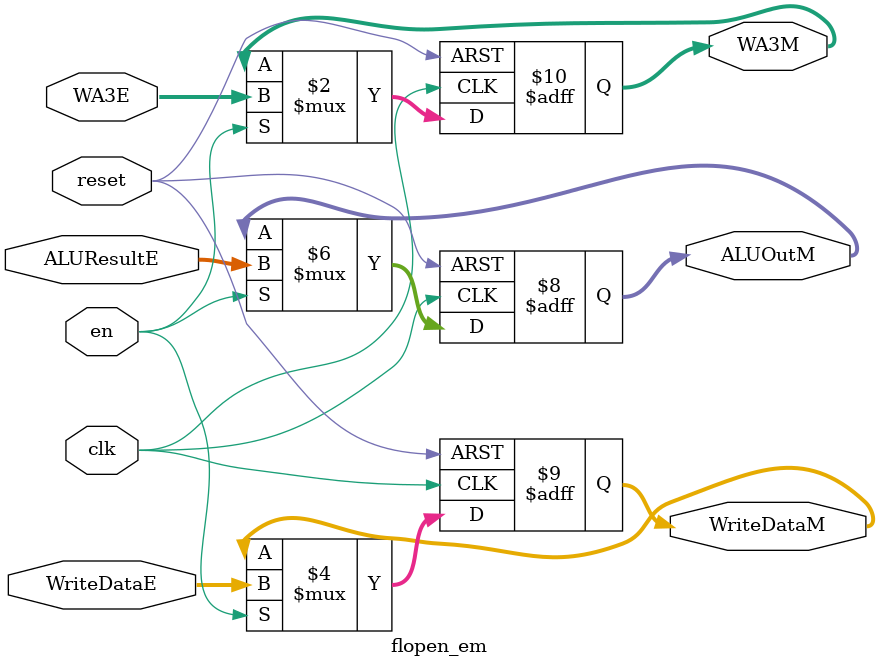
<source format=v>
module flopen_em (
	clk,
	reset,
	en,
	ALUResultE,
	WriteDataE,
	WA3E,
	ALUOutM,
	WriteDataM,
	WA3M
);
	input wire clk;
	input wire reset;
	input wire en;
	input wire [31:0] ALUResultE;
	input wire [31:0] WriteDataE;
	input wire [3:0] WA3E;
	output reg [31:0] ALUOutM;
	output reg [31:0] WriteDataM;
	output reg [3:0] WA3M;
	always @(posedge clk or posedge reset)
		if (reset)
		begin
            ALUOutM <= 0;
            WriteDataM <= 0;
            WA3M <= 0;
		end
		else if (en)
		begin
			ALUOutM <= ALUResultE;
			WriteDataM <= WriteDataE;
			WA3M <= WA3E;
		end
endmodule
</source>
